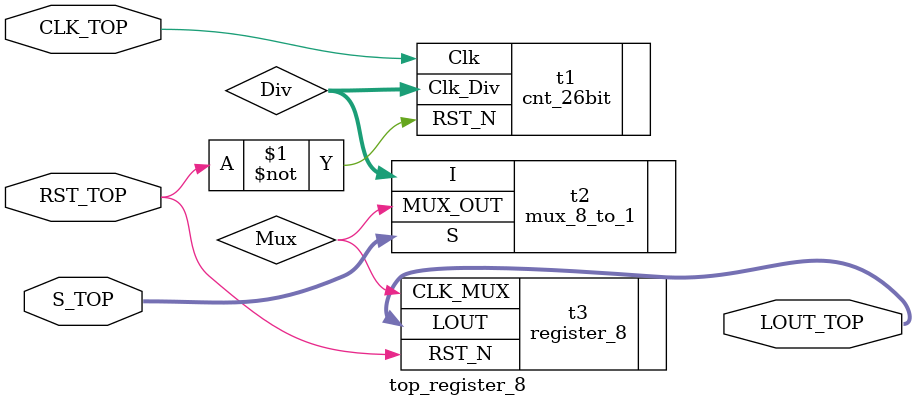
<source format=v>
`timescale 1ns / 1ps
module top_register_8  (CLK_TOP, RST_TOP, S_TOP, LOUT_TOP);  
input  				CLK_TOP	;
input  				RST_TOP	;  
input  	[2:0] 	S_TOP		;
output 	[7:0] 	LOUT_TOP	;
wire		[7:0] 	LOUT_TOP	;
wire		[7:0]		Div		;
wire					Mux		;

cnt_26bit 	t1(.Clk(CLK_TOP), .RST_N(~RST_TOP), .Clk_Div(Div));
mux_8_to_1	t2(.S(S_TOP), .I(Div), .MUX_OUT(Mux));
register_8	t3(.CLK_MUX(Mux), .RST_N(RST_TOP), .LOUT(LOUT_TOP));


endmodule
</source>
